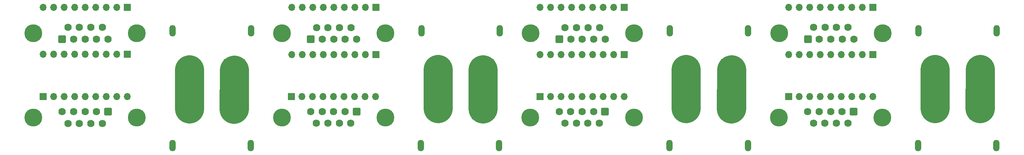
<source format=gbr>
%TF.GenerationSoftware,KiCad,Pcbnew,6.0.2+dfsg-1*%
%TF.CreationDate,2024-03-03T02:30:22+01:00*%
%TF.ProjectId,RACK_CONNECTOR_V2,5241434b-5f43-44f4-9e4e-4543544f525f,rev?*%
%TF.SameCoordinates,Original*%
%TF.FileFunction,Soldermask,Top*%
%TF.FilePolarity,Negative*%
%FSLAX46Y46*%
G04 Gerber Fmt 4.6, Leading zero omitted, Abs format (unit mm)*
G04 Created by KiCad (PCBNEW 6.0.2+dfsg-1) date 2024-03-03 02:30:22*
%MOMM*%
%LPD*%
G01*
G04 APERTURE LIST*
G04 Aperture macros list*
%AMRoundRect*
0 Rectangle with rounded corners*
0 $1 Rounding radius*
0 $2 $3 $4 $5 $6 $7 $8 $9 X,Y pos of 4 corners*
0 Add a 4 corners polygon primitive as box body*
4,1,4,$2,$3,$4,$5,$6,$7,$8,$9,$2,$3,0*
0 Add four circle primitives for the rounded corners*
1,1,$1+$1,$2,$3*
1,1,$1+$1,$4,$5*
1,1,$1+$1,$6,$7*
1,1,$1+$1,$8,$9*
0 Add four rect primitives between the rounded corners*
20,1,$1+$1,$2,$3,$4,$5,0*
20,1,$1+$1,$4,$5,$6,$7,0*
20,1,$1+$1,$6,$7,$8,$9,0*
20,1,$1+$1,$8,$9,$2,$3,0*%
G04 Aperture macros list end*
%ADD10C,7.000000*%
%ADD11R,1.700000X1.700000*%
%ADD12O,1.700000X1.700000*%
%ADD13C,5.120000*%
%ADD14RoundRect,0.102000X2.458000X2.458000X-2.458000X2.458000X-2.458000X-2.458000X2.458000X-2.458000X0*%
%ADD15O,1.504000X2.804000*%
%ADD16RoundRect,0.102000X-2.458000X-2.458000X2.458000X-2.458000X2.458000X2.458000X-2.458000X2.458000X0*%
%ADD17RoundRect,0.102000X0.787500X0.787500X-0.787500X0.787500X-0.787500X-0.787500X0.787500X-0.787500X0*%
%ADD18C,1.779000*%
%ADD19C,4.320000*%
%ADD20RoundRect,0.102000X-0.787500X-0.787500X0.787500X-0.787500X0.787500X0.787500X-0.787500X0.787500X0*%
G04 APERTURE END LIST*
D10*
X263320000Y-107650000D02*
X263370000Y-107600000D01*
X263370000Y-107600000D02*
X263370000Y-98170000D01*
X263370000Y-98170000D02*
X263320000Y-107650000D01*
X252440000Y-107650000D02*
X252490000Y-107600000D01*
X252490000Y-107600000D02*
X252490000Y-98170000D01*
X252490000Y-98170000D02*
X252440000Y-107650000D01*
X203300000Y-107690000D02*
X203350000Y-107640000D01*
X203350000Y-107640000D02*
X203350000Y-98210000D01*
X203350000Y-98210000D02*
X203300000Y-107690000D01*
X192350000Y-107650000D02*
X192400000Y-107600000D01*
X192400000Y-107600000D02*
X192400000Y-98170000D01*
X192400000Y-98170000D02*
X192350000Y-107650000D01*
X143320000Y-107690000D02*
X143370000Y-107640000D01*
X143370000Y-107640000D02*
X143370000Y-98210000D01*
X143370000Y-98210000D02*
X143320000Y-107690000D01*
X132470000Y-107590000D02*
X132520000Y-107540000D01*
X132520000Y-107540000D02*
X132520000Y-98110000D01*
X132520000Y-98110000D02*
X132470000Y-107590000D01*
X83270000Y-107760000D02*
X83320000Y-107710000D01*
X83320000Y-107710000D02*
X83320000Y-98280000D01*
X83320000Y-98280000D02*
X83270000Y-107760000D01*
X72460000Y-107690000D02*
X72510000Y-107640000D01*
X72510000Y-107640000D02*
X72510000Y-98210000D01*
X72510000Y-98210000D02*
X72460000Y-107690000D01*
D11*
%TO.C,J28*%
X57460000Y-83150000D03*
D12*
X54920000Y-83150000D03*
X52380000Y-83150000D03*
X49840000Y-83150000D03*
X47300000Y-83150000D03*
X44760000Y-83150000D03*
X42220000Y-83150000D03*
X39680000Y-83150000D03*
X37140000Y-83150000D03*
%TD*%
%TO.C,J27*%
X217170000Y-83140000D03*
X219710000Y-83140000D03*
X222250000Y-83140000D03*
X224790000Y-83140000D03*
X227330000Y-83140000D03*
X229870000Y-83140000D03*
X232410000Y-83140000D03*
X234950000Y-83140000D03*
D11*
X237490000Y-83140000D03*
%TD*%
%TO.C,J26*%
X117500000Y-83150000D03*
D12*
X114960000Y-83150000D03*
X112420000Y-83150000D03*
X109880000Y-83150000D03*
X107340000Y-83150000D03*
X104800000Y-83150000D03*
X102260000Y-83150000D03*
X99720000Y-83150000D03*
X97180000Y-83150000D03*
%TD*%
D11*
%TO.C,J25*%
X177500000Y-83150000D03*
D12*
X174960000Y-83150000D03*
X172420000Y-83150000D03*
X169880000Y-83150000D03*
X167340000Y-83150000D03*
X164800000Y-83150000D03*
X162260000Y-83150000D03*
X159720000Y-83150000D03*
X157180000Y-83150000D03*
%TD*%
D13*
%TO.C,J24*%
X72450000Y-98200000D03*
D14*
X83350000Y-98200000D03*
D15*
X87350000Y-88800000D03*
X68450000Y-88800000D03*
%TD*%
%TO.C,J23*%
X128490000Y-88820000D03*
X147390000Y-88820000D03*
D14*
X143390000Y-98220000D03*
D13*
X132490000Y-98220000D03*
%TD*%
D15*
%TO.C,J22*%
X188480000Y-88830000D03*
X207380000Y-88830000D03*
D14*
X203380000Y-98230000D03*
D13*
X192480000Y-98230000D03*
%TD*%
D15*
%TO.C,J21*%
X248500000Y-88820000D03*
X267400000Y-88820000D03*
D14*
X263400000Y-98220000D03*
D13*
X252500000Y-98220000D03*
%TD*%
D15*
%TO.C,J20*%
X68400000Y-116580000D03*
X87300000Y-116580000D03*
D16*
X83300000Y-107680000D03*
D13*
X72400000Y-107680000D03*
%TD*%
D15*
%TO.C,J19*%
X128370000Y-116580000D03*
X147270000Y-116580000D03*
D16*
X143270000Y-107680000D03*
D13*
X132370000Y-107680000D03*
%TD*%
D15*
%TO.C,J18*%
X188410000Y-116590000D03*
X207310000Y-116590000D03*
D16*
X203310000Y-107690000D03*
D13*
X192410000Y-107690000D03*
%TD*%
D15*
%TO.C,J17*%
X248410000Y-116580000D03*
X267310000Y-116580000D03*
D16*
X263310000Y-107680000D03*
D13*
X252410000Y-107680000D03*
%TD*%
D17*
%TO.C,J16*%
X41765000Y-90860000D03*
D18*
X44535000Y-90860000D03*
X47305000Y-90860000D03*
X50075000Y-90860000D03*
X52845000Y-90860000D03*
X43150000Y-88020000D03*
X45920000Y-88020000D03*
X48690000Y-88020000D03*
X51460000Y-88020000D03*
D19*
X59800000Y-89440000D03*
X34810000Y-89440000D03*
%TD*%
%TO.C,J15*%
X214845000Y-89440000D03*
X239835000Y-89440000D03*
D18*
X231495000Y-88020000D03*
X228725000Y-88020000D03*
X225955000Y-88020000D03*
X223185000Y-88020000D03*
X232880000Y-90860000D03*
X230110000Y-90860000D03*
X227340000Y-90860000D03*
X224570000Y-90860000D03*
D17*
X221800000Y-90860000D03*
%TD*%
D19*
%TO.C,J14*%
X94845000Y-89450000D03*
X119835000Y-89450000D03*
D18*
X111495000Y-88030000D03*
X108725000Y-88030000D03*
X105955000Y-88030000D03*
X103185000Y-88030000D03*
X112880000Y-90870000D03*
X110110000Y-90870000D03*
X107340000Y-90870000D03*
X104570000Y-90870000D03*
D17*
X101800000Y-90870000D03*
%TD*%
D19*
%TO.C,J13*%
X154845000Y-89450000D03*
X179835000Y-89450000D03*
D18*
X171495000Y-88030000D03*
X168725000Y-88030000D03*
X165955000Y-88030000D03*
X163185000Y-88030000D03*
X172880000Y-90870000D03*
X170110000Y-90870000D03*
X167340000Y-90870000D03*
X164570000Y-90870000D03*
D17*
X161800000Y-90870000D03*
%TD*%
D12*
%TO.C,J12*%
X37140000Y-94540000D03*
X39680000Y-94540000D03*
X42220000Y-94540000D03*
X44760000Y-94540000D03*
X47300000Y-94540000D03*
X49840000Y-94540000D03*
X52380000Y-94540000D03*
X54920000Y-94540000D03*
D11*
X57460000Y-94540000D03*
%TD*%
%TO.C,J11*%
X237500000Y-94550000D03*
D12*
X234960000Y-94550000D03*
X232420000Y-94550000D03*
X229880000Y-94550000D03*
X227340000Y-94550000D03*
X224800000Y-94550000D03*
X222260000Y-94550000D03*
X219720000Y-94550000D03*
X217180000Y-94550000D03*
%TD*%
%TO.C,J10*%
X97180000Y-94560000D03*
X99720000Y-94560000D03*
X102260000Y-94560000D03*
X104800000Y-94560000D03*
X107340000Y-94560000D03*
X109880000Y-94560000D03*
X112420000Y-94560000D03*
X114960000Y-94560000D03*
D11*
X117500000Y-94560000D03*
%TD*%
D12*
%TO.C,J9*%
X157180000Y-94550000D03*
X159720000Y-94550000D03*
X162260000Y-94550000D03*
X164800000Y-94550000D03*
X167340000Y-94550000D03*
X169880000Y-94550000D03*
X172420000Y-94550000D03*
X174960000Y-94550000D03*
D11*
X177500000Y-94550000D03*
%TD*%
D12*
%TO.C,J8*%
X117450000Y-104720000D03*
X114910000Y-104720000D03*
X112370000Y-104720000D03*
X109830000Y-104720000D03*
X107290000Y-104720000D03*
X104750000Y-104720000D03*
X102210000Y-104720000D03*
X99670000Y-104720000D03*
D11*
X97130000Y-104720000D03*
%TD*%
D12*
%TO.C,J7*%
X177450000Y-104710000D03*
X174910000Y-104710000D03*
X172370000Y-104710000D03*
X169830000Y-104710000D03*
X167290000Y-104710000D03*
X164750000Y-104710000D03*
X162210000Y-104710000D03*
X159670000Y-104710000D03*
D11*
X157130000Y-104710000D03*
%TD*%
D12*
%TO.C,J6*%
X237450000Y-104720000D03*
X234910000Y-104720000D03*
X232370000Y-104720000D03*
X229830000Y-104720000D03*
X227290000Y-104720000D03*
X224750000Y-104720000D03*
X222210000Y-104720000D03*
X219670000Y-104720000D03*
D11*
X217130000Y-104720000D03*
%TD*%
D12*
%TO.C,J5*%
X57450000Y-104740000D03*
X54910000Y-104740000D03*
X52370000Y-104740000D03*
X49830000Y-104740000D03*
X47290000Y-104740000D03*
X44750000Y-104740000D03*
X42210000Y-104740000D03*
X39670000Y-104740000D03*
D11*
X37130000Y-104740000D03*
%TD*%
D19*
%TO.C,J4*%
X119795000Y-109800000D03*
X94805000Y-109800000D03*
D18*
X103145000Y-111220000D03*
X105915000Y-111220000D03*
X108685000Y-111220000D03*
X111455000Y-111220000D03*
X101760000Y-108380000D03*
X104530000Y-108380000D03*
X107300000Y-108380000D03*
X110070000Y-108380000D03*
D20*
X112840000Y-108380000D03*
%TD*%
%TO.C,J3*%
X172840000Y-108380000D03*
D18*
X170070000Y-108380000D03*
X167300000Y-108380000D03*
X164530000Y-108380000D03*
X161760000Y-108380000D03*
X171455000Y-111220000D03*
X168685000Y-111220000D03*
X165915000Y-111220000D03*
X163145000Y-111220000D03*
D19*
X154805000Y-109800000D03*
X179795000Y-109800000D03*
%TD*%
%TO.C,J2*%
X239795000Y-109800000D03*
X214805000Y-109800000D03*
D18*
X223145000Y-111220000D03*
X225915000Y-111220000D03*
X228685000Y-111220000D03*
X231455000Y-111220000D03*
X221760000Y-108380000D03*
X224530000Y-108380000D03*
X227300000Y-108380000D03*
X230070000Y-108380000D03*
D20*
X232840000Y-108380000D03*
%TD*%
D19*
%TO.C,J1*%
X59795000Y-109830000D03*
X34805000Y-109830000D03*
D18*
X43145000Y-111250000D03*
X45915000Y-111250000D03*
X48685000Y-111250000D03*
X51455000Y-111250000D03*
X41760000Y-108410000D03*
X44530000Y-108410000D03*
X47300000Y-108410000D03*
X50070000Y-108410000D03*
D20*
X52840000Y-108410000D03*
%TD*%
M02*

</source>
